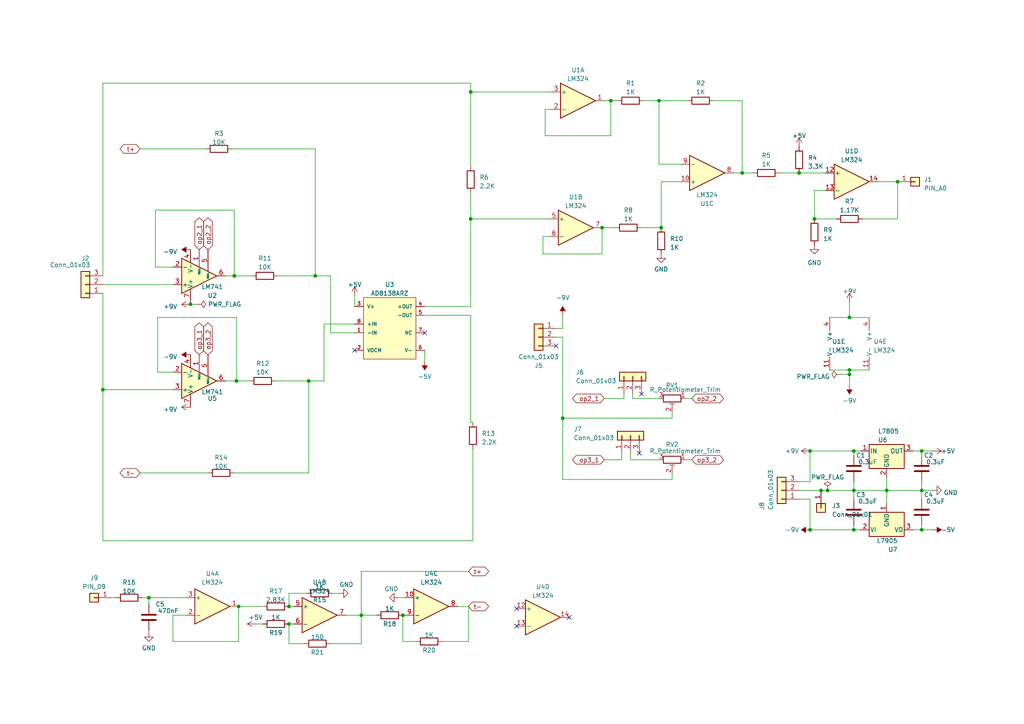
<source format=kicad_sch>
(kicad_sch (version 20230121) (generator eeschema)
  (paper "A4")
  (title_block (title "Fully Differential Potentiostat") (date "2023-05-15") (rev "1.0") (company "Felipe Avila Silva"))
  (lib_symbols
    (symbol "Amplifier_Operational:LM324" (pin_names (offset 0.127))
      (property "Reference" "U" (at 0 5.08 0))
      (property "Value" "LM324" (at 0 -5.08 0))
      (symbol "LM324_1_1"
        (polyline (pts (xy -5.08 5.08) (xy 5.08 0) (xy -5.08 -5.08) (xy -5.08 5.08)) (stroke (width 0.254)) (fill (type background)))
        (pin output line (at 7.62 0 180) (length 2.54) (name "~") (number "1"))
        (pin input line (at -7.62 -2.54 0) (length 2.54) (name "-") (number "2"))
        (pin input line (at -7.62 2.54 0) (length 2.54) (name "+") (number "3"))
      )
      (symbol "LM324_2_1"
        (polyline (pts (xy -5.08 5.08) (xy 5.08 0) (xy -5.08 -5.08) (xy -5.08 5.08)) (stroke (width 0.254)) (fill (type background)))
        (pin input line (at -7.62 2.54 0) (length 2.54) (name "+") (number "5"))
        (pin input line (at -7.62 -2.54 0) (length 2.54) (name "-") (number "6"))
        (pin output line (at 7.62 0 180) (length 2.54) (name "~") (number "7"))
      )
      (symbol "LM324_3_1"
        (polyline (pts (xy -5.08 5.08) (xy 5.08 0) (xy -5.08 -5.08) (xy -5.08 5.08)) (stroke (width 0.254)) (fill (type background)))
        (pin input line (at -7.62 2.54 0) (length 2.54) (name "+") (number "10"))
        (pin output line (at 7.62 0 180) (length 2.54) (name "~") (number "8"))
        (pin input line (at -7.62 -2.54 0) (length 2.54) (name "-") (number "9"))
      )
      (symbol "LM324_4_1"
        (polyline (pts (xy -5.08 5.08) (xy 5.08 0) (xy -5.08 -5.08) (xy -5.08 5.08)) (stroke (width 0.254)) (fill (type background)))
        (pin input line (at -7.62 2.54 0) (length 2.54) (name "+") (number "12"))
        (pin input line (at -7.62 -2.54 0) (length 2.54) (name "-") (number "13"))
        (pin output line (at 7.62 0 180) (length 2.54) (name "~") (number "14"))
      )
      (symbol "LM324_5_1"
        (pin power_in line (at -2.54 -7.62 90) (length 3.81) (name "V-") (number "11"))
        (pin power_in line (at -2.54 7.62 270) (length 3.81) (name "V+") (number "4"))
      )
    )
    (symbol "Amplifier_Operational:LM741" (pin_names (offset 0.127))
      (property "Reference" "U" (at 0 6.35 0))
      (property "Value" "LM741" (at 0 3.81 0))
      (symbol "LM741_0_1"
        (polyline (pts (xy -5.08 5.08) (xy 5.08 0) (xy -5.08 -5.08) (xy -5.08 5.08)) (stroke (width 0.254)) (fill (type background)))
      )
      (symbol "LM741_1_1"
        (pin input line (at 0 -7.62 90) (length 5.08) (name "NULL") (number "1"))
        (pin input line (at -7.62 -2.54 0) (length 2.54) (name "-") (number "2"))
        (pin input line (at -7.62 2.54 0) (length 2.54) (name "+") (number "3"))
        (pin power_in line (at -2.54 -7.62 90) (length 3.81) (name "V-") (number "4"))
        (pin input line (at 2.54 -7.62 90) (length 6.35) (name "NULL") (number "5"))
        (pin output line (at 7.62 0 180) (length 2.54) (name "~") (number "6"))
        (pin power_in line (at -2.54 7.62 270) (length 3.81) (name "V+") (number "7"))
        (pin no_connect line (at 0 2.54 270) (length 2.54) hide (name "NC") (number "8"))
      )
    )
    (symbol "Connector_Generic:Conn_01x01" (pin_names (offset 1.016) hide)
      (property "Reference" "J" (at 0 2.54 0))
      (property "Value" "Conn_01x01" (at 0 -2.54 0))
      (symbol "Conn_01x01_1_1"
        (rectangle (start -1.27 0.127) (end 0 -0.127) (stroke (width 0.1524)))
        (rectangle (start -1.27 1.27) (end 1.27 -1.27) (stroke (width 0.254)) (fill (type background)))
        (pin passive line (at -5.08 0 0) (length 3.81) (name "Pin_1") (number "1"))
      )
    )
    (symbol "Connector_Generic:Conn_01x03" (pin_names (offset 1.016) hide)
      (property "Reference" "J" (at 0 5.08 0))
      (property "Value" "Conn_01x03" (at 0 -5.08 0))
      (symbol "Conn_01x03_1_1"
        (rectangle (start -1.27 -2.413) (end 0 -2.667) (stroke (width 0.1524)))
        (rectangle (start -1.27 0.127) (end 0 -0.127) (stroke (width 0.1524)))
        (rectangle (start -1.27 2.667) (end 0 2.413) (stroke (width 0.1524)))
        (rectangle (start -1.27 3.81) (end 1.27 -3.81) (stroke (width 0.254)) (fill (type background)))
        (pin passive line (at -5.08 2.54 0) (length 3.81) (name "Pin_1") (number "1"))
        (pin passive line (at -5.08 0 0) (length 3.81) (name "Pin_2") (number "2"))
        (pin passive line (at -5.08 -2.54 0) (length 3.81) (name "Pin_3") (number "3"))
      )
    )
    (symbol "Device:C" (pin_numbers hide) (pin_names (offset 0.254))
      (property "Reference" "C" (at 0.635 2.54 0))
      (property "Value" "C" (at 0.635 -2.54 0))
      (symbol "C_0_1"
        (polyline (pts (xy -2.032 -0.762) (xy 2.032 -0.762)) (stroke (width 0.508)))
        (polyline (pts (xy -2.032 0.762) (xy 2.032 0.762)) (stroke (width 0.508)))
      )
      (symbol "C_1_1"
        (pin passive line (at 0 3.81 270) (length 2.794) (name "~") (number "1"))
        (pin passive line (at 0 -3.81 90) (length 2.794) (name "~") (number "2"))
      )
    )
    (symbol "Device:R" (pin_numbers hide) (pin_names (offset 0))
      (property "Reference" "R" (at 2.032 0 90))
      (property "Value" "R" (at 0 0 90))
      (symbol "R_0_1"
        (rectangle (start -1.016 -2.54) (end 1.016 2.54) (stroke (width 0.254)))
      )
      (symbol "R_1_1"
        (pin passive line (at 0 3.81 270) (length 1.27) (name "~") (number "1"))
        (pin passive line (at 0 -3.81 90) (length 1.27) (name "~") (number "2"))
      )
    )
    (symbol "Device:R_Potentiometer_Trim" (pin_names (offset 1.016) hide)
      (property "Reference" "RV" (at -4.445 0 90))
      (property "Value" "R_Potentiometer_Trim" (at -2.54 0 90))
      (symbol "R_Potentiometer_Trim_0_1"
        (polyline (pts (xy 1.524 0.762) (xy 1.524 -0.762)))
        (polyline (pts (xy 2.54 0) (xy 1.524 0)))
        (rectangle (start 1.016 2.54) (end -1.016 -2.54) (stroke (width 0.254)))
      )
      (symbol "R_Potentiometer_Trim_1_1"
        (pin passive line (at 0 3.81 270) (length 1.27) (name "1") (number "1"))
        (pin passive line (at 3.81 0 180) (length 1.27) (name "2") (number "2"))
        (pin passive line (at 0 -3.81 90) (length 1.27) (name "3") (number "3"))
      )
    )
    (symbol "Regulator_Linear:L7805" (pin_names (offset 0.254))
      (property "Reference" "U" (at -3.81 3.175 0))
      (property "Value" "L7805" (at 0 3.175 0))
      (symbol "L7805_0_1"
        (rectangle (start -5.08 1.905) (end 5.08 -5.08) (stroke (width 0.254)) (fill (type background)))
      )
      (symbol "L7805_1_1"
        (pin power_in line (at -7.62 0 0) (length 2.54) (name "IN") (number "1"))
        (pin power_in line (at 0 -7.62 90) (length 2.54) (name "GND") (number "2"))
        (pin power_out line (at 7.62 0 180) (length 2.54) (name "OUT") (number "3"))
      )
    )
    (symbol "Regulator_Linear:L7905" (pin_names (offset 0.254))
      (property "Reference" "U" (at -3.81 -3.175 0))
      (property "Value" "L7905" (at 0 -3.175 0))
      (symbol "L7905_0_1"
        (rectangle (start -5.08 5.08) (end 5.08 -1.905) (stroke (width 0.254)) (fill (type background)))
      )
      (symbol "L7905_1_1"
        (pin power_in line (at 0 7.62 270) (length 2.54) (name "GND") (number "1"))
        (pin power_in line (at -7.62 0 0) (length 2.54) (name "VI") (number "2"))
        (pin power_out line (at 7.62 0 180) (length 2.54) (name "VO") (number "3"))
      )
    )
    (symbol "eec:AD8138ARZ" (pin_names (offset 1.016))
      (property "Reference" "U" (at 0 5.08 0))
      (property "Value" "AD8138ARZ" (at 0 7.62 0))
      (symbol "AD8138ARZ_1_1"
        (rectangle (start 5.08 2.54) (end 20.32 -15.24) (fill (type background)))
        (pin unspecified line (at 2.54 -7.62 0) (length 2.54) (name "-IN") (number "1"))
        (pin unspecified line (at 2.54 -12.7 0) (length 2.54) (name "VOCM") (number "2"))
        (pin unspecified line (at 2.54 0 0) (length 2.54) (name "V+") (number "3"))
        (pin unspecified line (at 22.86 0 180) (length 2.54) (name "+OUT") (number "4"))
        (pin unspecified line (at 22.86 -2.54 180) (length 2.54) (name "-OUT") (number "5"))
        (pin unspecified line (at 22.86 -12.7 180) (length 2.54) (name "V-") (number "6"))
        (pin unspecified line (at 22.86 -7.62 180) (length 2.54) (name "NC") (number "7"))
        (pin unspecified line (at 2.54 -5.08 0) (length 2.54) (name "+IN") (number "8"))
      )
    )
    (symbol "power:+5V" (power) (pin_names (offset 0))
      (property "Value" "+5V" (at 0 3.556 0))
      (symbol "+5V_0_1"
        (polyline (pts (xy -0.762 1.27) (xy 0 2.54)))
        (polyline (pts (xy 0 0) (xy 0 2.54)))
        (polyline (pts (xy 0 2.54) (xy 0.762 1.27)))
      )
      (symbol "+5V_1_1"
        (pin power_in line (at 0 0 90) (length 0) hide (name "+5V") (number "1"))
      )
    )
    (symbol "power:+9V" (power) (pin_names (offset 0))
      (property "Value" "+9V" (at 0 3.556 0))
      (symbol "+9V_0_1"
        (polyline (pts (xy -0.762 1.27) (xy 0 2.54)))
        (polyline (pts (xy 0 0) (xy 0 2.54)))
        (polyline (pts (xy 0 2.54) (xy 0.762 1.27)))
      )
      (symbol "+9V_1_1"
        (pin power_in line (at 0 0 90) (length 0) hide (name "+9V") (number "1"))
      )
    )
    (symbol "power:-5V" (power) (pin_names (offset 0))
      (property "Value" "-5V" (at 0 3.81 0))
      (symbol "-5V_0_0"
        (pin power_in line (at 0 0 90) (length 0) hide (name "-5V") (number "1"))
      )
      (symbol "-5V_0_1"
        (polyline (pts (xy 0 0) (xy 0 1.27) (xy 0.762 1.27) (xy 0 2.54) (xy -0.762 1.27) (xy 0 1.27)) (fill (type outline)))
      )
    )
    (symbol "power:-9V" (power) (pin_names (offset 0))
      (property "Value" "-9V" (at 0 3.81 0))
      (symbol "-9V_0_1"
        (polyline (pts (xy 0 0) (xy 0 2.54)))
        (polyline (pts (xy 0.762 1.27) (xy -0.762 1.27) (xy 0 2.54) (xy 0.762 1.27)) (fill (type outline)))
      )
      (symbol "-9V_1_1"
        (pin power_in line (at 0 0 90) (length 0) hide (name "-9V") (number "1"))
      )
    )
    (symbol "power:GND" (power) (pin_names (offset 0))
      (property "Value" "GND" (at 0 -3.81 0))
      (symbol "GND_0_1"
        (polyline (pts (xy 0 0) (xy 0 -1.27) (xy 1.27 -1.27) (xy 0 -2.54) (xy -1.27 -1.27) (xy 0 -1.27)))
      )
      (symbol "GND_1_1"
        (pin power_in line (at 0 0 270) (length 0) hide (name "GND") (number "1"))
      )
    )
    (symbol "power:PWR_FLAG" (power) (pin_numbers hide) (pin_names (offset 0) hide)
      (property "Value" "PWR_FLAG" (at 0 3.81 0))
      (symbol "PWR_FLAG_0_0"
        (pin power_out line (at 0 0 90) (length 0) (name "pwr") (number "1"))
      )
      (symbol "PWR_FLAG_0_1"
        (polyline (pts (xy 0 0) (xy 0 1.27) (xy -1.016 1.905) (xy 0 2.54) (xy 1.016 1.905) (xy 0 1.27)))
      )
    )
  )
  (junction (at 191.135 29.21))
  (junction (at 163.195 121.285))
  (junction (at 68.58 110.49))
  (junction (at 29.845 113.03))
  (junction (at 257.175 142.24))
  (junction (at 104.775 178.435))
  (junction (at 234.95 130.81))
  (junction (at 240.03 142.24))
  (junction (at 246.38 108.585))
  (junction (at 247.65 142.24))
  (junction (at 55.245 88.265))
  (junction (at 83.82 180.975))
  (junction (at 247.65 130.81))
  (junction (at 177.165 29.21))
  (junction (at 136.525 63.5))
  (junction (at 191.77 66.04))
  (junction (at 234.95 153.67))
  (junction (at 91.44 80.01))
  (junction (at 236.22 63.5))
  (junction (at 69.215 175.895))
  (junction (at 215.265 50.165))
  (junction (at 67.945 80.01))
  (junction (at 116.84 178.435))
  (junction (at 260.35 52.705))
  (junction (at 246.38 107.315))
  (junction (at 136.525 26.67))
  (junction (at 246.38 92.075))
  (junction (at 43.18 173.355))
  (junction (at 174.625 66.04))
  (junction (at 83.82 175.895))
  (junction (at 267.335 142.24))
  (junction (at 231.775 50.165))
  (junction (at 267.335 130.81))
  (junction (at 89.535 110.49))
  (junction (at 247.65 153.67))
  (junction (at 238.125 142.24))
  (junction (at 267.335 153.67))
  (no_connect (at 149.86 176.53))
  (no_connect (at 185.42 131.445))
  (no_connect (at 161.29 100.33))
  (no_connect (at 186.055 114.3))
  (no_connect (at 149.86 181.61))
  (no_connect (at 123.19 96.52))
  (no_connect (at 165.1 179.07))
  (no_connect (at 102.87 101.6))
  (wire (pts (xy 65.405 110.49) (xy 68.58 110.49)))
  (wire (pts (xy 91.44 43.18) (xy 67.31 43.18)))
  (wire (pts (xy 89.535 137.16) (xy 67.945 137.16)))
  (wire (pts (xy 123.19 88.9) (xy 136.525 88.9)))
  (wire (pts (xy 247.65 142.24) (xy 247.65 144.78)))
  (wire (pts (xy 197.485 52.705) (xy 191.77 52.705)))
  (wire (pts (xy 123.19 104.775) (xy 123.19 101.6)))
  (wire (pts (xy 128.27 186.055) (xy 135.89 186.055)))
  (wire (pts (xy 234.95 144.78) (xy 234.95 153.67)))
  (wire (pts (xy 231.775 50.165) (xy 239.395 50.165)))
  (wire (pts (xy 45.72 107.95) (xy 50.165 107.95)))
  (wire (pts (xy 136.525 24.13) (xy 29.845 24.13)))
  (wire (pts (xy 175.26 115.57) (xy 180.975 115.57)))
  (wire (pts (xy 264.795 153.67) (xy 267.335 153.67)))
  (wire (pts (xy 267.335 139.7) (xy 267.335 142.24)))
  (wire (pts (xy 136.525 91.44) (xy 136.525 122.555)))
  (wire (pts (xy 83.82 172.085) (xy 83.82 175.895)))
  (wire (pts (xy 234.95 130.81) (xy 247.65 130.81)))
  (wire (pts (xy 191.77 52.705) (xy 191.77 66.04)))
  (wire (pts (xy 246.38 111.76) (xy 246.38 108.585)))
  (wire (pts (xy 215.265 50.165) (xy 218.44 50.165)))
  (wire (pts (xy 45.085 77.47) (xy 45.085 60.96)))
  (wire (pts (xy 236.22 63.5) (xy 242.57 63.5)))
  (wire (pts (xy 231.775 139.7) (xy 234.95 139.7)))
  (wire (pts (xy 197.485 47.625) (xy 191.135 47.625)))
  (wire (pts (xy 93.98 110.49) (xy 89.535 110.49)))
  (wire (pts (xy 158.115 39.37) (xy 177.165 39.37)))
  (wire (pts (xy 267.335 153.67) (xy 270.51 153.67)))
  (wire (pts (xy 191.135 29.21) (xy 186.69 29.21)))
  (wire (pts (xy 267.335 142.24) (xy 267.335 144.78)))
  (wire (pts (xy 174.625 73.66) (xy 174.625 66.04)))
  (wire (pts (xy 180.34 133.35) (xy 180.34 131.445)))
  (wire (pts (xy 43.18 173.355) (xy 53.975 173.355)))
  (wire (pts (xy 67.945 60.96) (xy 67.945 80.01)))
  (wire (pts (xy 240.665 107.315) (xy 246.38 107.315)))
  (wire (pts (xy 247.65 153.67) (xy 247.65 152.4)))
  (wire (pts (xy 240.03 142.24) (xy 247.65 142.24)))
  (wire (pts (xy 267.335 152.4) (xy 267.335 153.67)))
  (wire (pts (xy 231.775 144.78) (xy 234.95 144.78)))
  (wire (pts (xy 83.82 180.975) (xy 83.82 186.69)))
  (wire (pts (xy 240.665 92.075) (xy 246.38 92.075)))
  (wire (pts (xy 257.175 142.24) (xy 257.175 138.43)))
  (wire (pts (xy 267.335 130.81) (xy 270.51 130.81)))
  (wire (pts (xy 191.135 47.625) (xy 191.135 29.21)))
  (wire (pts (xy 260.35 52.705) (xy 254.635 52.705)))
  (wire (pts (xy 137.16 130.175) (xy 137.16 156.845)))
  (wire (pts (xy 243.84 108.585) (xy 246.38 108.585)))
  (wire (pts (xy 45.72 107.95) (xy 45.72 92.075)))
  (wire (pts (xy 67.945 80.01) (xy 65.405 80.01)))
  (wire (pts (xy 29.845 24.13) (xy 29.845 80.01)))
  (wire (pts (xy 157.48 73.66) (xy 174.625 73.66)))
  (wire (pts (xy 207.01 29.21) (xy 215.265 29.21)))
  (wire (pts (xy 95.885 80.01) (xy 91.44 80.01)))
  (wire (pts (xy 43.18 175.26) (xy 43.18 173.355)))
  (wire (pts (xy 238.125 142.24) (xy 240.03 142.24)))
  (wire (pts (xy 236.22 55.245) (xy 236.22 63.5)))
  (wire (pts (xy 226.06 50.165) (xy 231.775 50.165)))
  (wire (pts (xy 29.845 156.845) (xy 137.16 156.845)))
  (wire (pts (xy 194.945 121.285) (xy 163.195 121.285)))
  (wire (pts (xy 55.245 88.265) (xy 55.245 87.63)))
  (wire (pts (xy 80.01 110.49) (xy 89.535 110.49)))
  (wire (pts (xy 29.845 113.03) (xy 29.845 156.845)))
  (wire (pts (xy 163.195 97.79) (xy 163.195 121.285)))
  (wire (pts (xy 120.65 186.055) (xy 116.84 186.055)))
  (wire (pts (xy 116.84 186.055) (xy 116.84 178.435)))
  (wire (pts (xy 161.29 95.25) (xy 163.195 95.25)))
  (wire (pts (xy 246.38 107.315) (xy 252.095 107.315)))
  (wire (pts (xy 93.98 110.49) (xy 93.98 93.98)))
  (wire (pts (xy 159.385 68.58) (xy 157.48 68.58)))
  (wire (pts (xy 32.385 173.355) (xy 33.655 173.355)))
  (wire (pts (xy 104.775 178.435) (xy 109.22 178.435)))
  (wire (pts (xy 260.35 63.5) (xy 260.35 52.705)))
  (wire (pts (xy 246.38 92.075) (xy 252.095 92.075)))
  (wire (pts (xy 247.65 130.81) (xy 249.555 130.81)))
  (wire (pts (xy 29.845 85.09) (xy 29.845 113.03)))
  (wire (pts (xy 234.95 139.7) (xy 234.95 130.81)))
  (wire (pts (xy 161.29 97.79) (xy 163.195 97.79)))
  (wire (pts (xy 68.58 92.075) (xy 68.58 110.49)))
  (wire (pts (xy 50.165 113.03) (xy 29.845 113.03)))
  (wire (pts (xy 136.525 63.5) (xy 136.525 55.88)))
  (wire (pts (xy 50.165 178.435) (xy 50.165 186.055)))
  (wire (pts (xy 136.525 26.67) (xy 160.02 26.67)))
  (wire (pts (xy 186.055 66.04) (xy 191.77 66.04)))
  (wire (pts (xy 247.65 142.24) (xy 257.175 142.24)))
  (wire (pts (xy 88.265 186.69) (xy 83.82 186.69)))
  (wire (pts (xy 183.515 114.3) (xy 183.515 115.57)))
  (wire (pts (xy 247.65 132.08) (xy 247.65 130.81)))
  (wire (pts (xy 135.89 186.055) (xy 135.89 175.895)))
  (wire (pts (xy 102.87 96.52) (xy 95.885 96.52)))
  (wire (pts (xy 80.645 80.01) (xy 91.44 80.01)))
  (wire (pts (xy 136.525 63.5) (xy 159.385 63.5)))
  (wire (pts (xy 89.535 137.16) (xy 89.535 110.49)))
  (wire (pts (xy 69.215 175.895) (xy 76.2 175.895)))
  (wire (pts (xy 231.775 142.24) (xy 238.125 142.24)))
  (wire (pts (xy 50.165 77.47) (xy 45.085 77.47)))
  (wire (pts (xy 182.88 131.445) (xy 182.88 133.35)))
  (wire (pts (xy 200.66 115.57) (xy 198.755 115.57)))
  (wire (pts (xy 267.335 130.81) (xy 267.335 132.08)))
  (wire (pts (xy 95.885 96.52) (xy 95.885 80.01)))
  (wire (pts (xy 267.335 142.24) (xy 270.51 142.24)))
  (wire (pts (xy 104.775 165.735) (xy 104.775 178.435)))
  (wire (pts (xy 91.44 43.18) (xy 91.44 80.01)))
  (wire (pts (xy 29.845 82.55) (xy 50.165 82.55)))
  (wire (pts (xy 136.525 122.555) (xy 137.16 122.555)))
  (wire (pts (xy 136.525 26.67) (xy 136.525 24.13)))
  (wire (pts (xy 83.82 175.895) (xy 85.09 175.895)))
  (wire (pts (xy 95.885 186.69) (xy 104.775 186.69)))
  (wire (pts (xy 200.66 133.35) (xy 198.755 133.35)))
  (wire (pts (xy 41.275 173.355) (xy 43.18 173.355)))
  (wire (pts (xy 115.57 173.355) (xy 117.475 173.355)))
  (wire (pts (xy 157.48 68.58) (xy 157.48 73.66)))
  (wire (pts (xy 177.165 29.21) (xy 179.07 29.21)))
  (wire (pts (xy 40.64 43.18) (xy 59.69 43.18)))
  (wire (pts (xy 45.085 60.96) (xy 67.945 60.96)))
  (wire (pts (xy 69.215 175.895) (xy 69.215 186.055)))
  (wire (pts (xy 135.89 165.735) (xy 104.775 165.735)))
  (wire (pts (xy 50.165 186.055) (xy 69.215 186.055)))
  (wire (pts (xy 183.515 115.57) (xy 191.135 115.57)))
  (wire (pts (xy 212.725 50.165) (xy 215.265 50.165)))
  (wire (pts (xy 249.555 153.67) (xy 247.65 153.67)))
  (wire (pts (xy 158.115 31.75) (xy 158.115 39.37)))
  (wire (pts (xy 123.19 91.44) (xy 136.525 91.44)))
  (wire (pts (xy 264.795 130.81) (xy 267.335 130.81)))
  (wire (pts (xy 239.395 55.245) (xy 236.22 55.245)))
  (wire (pts (xy 234.95 153.67) (xy 247.65 153.67)))
  (wire (pts (xy 67.945 80.01) (xy 73.025 80.01)))
  (wire (pts (xy 93.98 93.98) (xy 102.87 93.98)))
  (wire (pts (xy 74.295 180.975) (xy 76.2 180.975)))
  (wire (pts (xy 191.135 29.21) (xy 199.39 29.21)))
  (wire (pts (xy 53.975 178.435) (xy 50.165 178.435)))
  (wire (pts (xy 247.65 139.7) (xy 247.65 142.24)))
  (wire (pts (xy 250.19 63.5) (xy 260.35 63.5)))
  (wire (pts (xy 174.625 66.04) (xy 178.435 66.04)))
  (wire (pts (xy 182.88 133.35) (xy 191.135 133.35)))
  (wire (pts (xy 257.175 146.05) (xy 257.175 142.24)))
  (wire (pts (xy 180.975 114.3) (xy 180.975 115.57)))
  (wire (pts (xy 246.38 87.63) (xy 246.38 92.075)))
  (wire (pts (xy 135.89 175.895) (xy 132.715 175.895)))
  (wire (pts (xy 194.945 139.065) (xy 163.195 139.065)))
  (wire (pts (xy 136.525 63.5) (xy 136.525 88.9)))
  (wire (pts (xy 194.945 137.16) (xy 194.945 139.065)))
  (wire (pts (xy 194.945 119.38) (xy 194.945 121.285)))
  (wire (pts (xy 163.195 121.285) (xy 163.195 139.065)))
  (wire (pts (xy 175.26 133.35) (xy 180.34 133.35)))
  (wire (pts (xy 163.195 91.44) (xy 163.195 95.25)))
  (wire (pts (xy 175.26 29.21) (xy 177.165 29.21)))
  (wire (pts (xy 160.02 31.75) (xy 158.115 31.75)))
  (wire (pts (xy 117.475 178.435) (xy 116.84 178.435)))
  (wire (pts (xy 40.64 137.16) (xy 60.325 137.16)))
  (wire (pts (xy 136.525 48.26) (xy 136.525 26.67)))
  (wire (pts (xy 98.425 172.085) (xy 96.52 172.085)))
  (wire (pts (xy 246.38 107.315) (xy 246.38 108.585)))
  (wire (pts (xy 104.775 186.69) (xy 104.775 178.435)))
  (wire (pts (xy 57.15 88.265) (xy 55.245 88.265)))
  (wire (pts (xy 100.33 178.435) (xy 104.775 178.435)))
  (wire (pts (xy 68.58 110.49) (xy 72.39 110.49)))
  (wire (pts (xy 83.82 172.085) (xy 88.9 172.085)))
  (wire (pts (xy 83.82 180.975) (xy 85.09 180.975)))
  (wire (pts (xy 215.265 29.21) (xy 215.265 50.165)))
  (wire (pts (xy 43.18 183.515) (xy 43.18 182.88)))
  (wire (pts (xy 257.175 142.24) (xy 267.335 142.24)))
  (wire (pts (xy 45.72 92.075) (xy 68.58 92.075)))
  (wire (pts (xy 177.165 29.21) (xy 177.165 39.37)))
  (wire (pts (xy 102.87 85.725) (xy 102.87 88.9)))
  (global_label "t+" (shape bidirectional) (at 135.89 165.735 0) (property "Intersheetrefs" "${INTERSHEET_REFS}" (effects hide)))
  (global_label "op2_2" (shape bidirectional) (at 200.66 115.57 0) (property "Intersheetrefs" "${INTERSHEET_REFS}" (effects hide)))
  (global_label "op3_1" (shape bidirectional) (at 175.26 133.35 180) (property "Intersheetrefs" "${INTERSHEET_REFS}" (effects hide)))
  (global_label "op3_2" (shape bidirectional) (at 200.66 133.35 0) (property "Intersheetrefs" "${INTERSHEET_REFS}" (effects hide)))
  (global_label "op3_1" (shape bidirectional) (at 57.785 102.87 90) (property "Intersheetrefs" "${INTERSHEET_REFS}" (effects hide)))
  (global_label "t+" (shape bidirectional) (at 40.64 43.18 180) (property "Intersheetrefs" "${INTERSHEET_REFS}" (effects hide)))
  (global_label "op2_1" (shape bidirectional) (at 57.785 72.39 90) (property "Intersheetrefs" "${INTERSHEET_REFS}" (effects hide)))
  (global_label "op3_2" (shape bidirectional) (at 60.325 102.87 90) (property "Intersheetrefs" "${INTERSHEET_REFS}" (effects hide)))
  (global_label "t-" (shape bidirectional) (at 135.89 175.895 0) (property "Intersheetrefs" "${INTERSHEET_REFS}" (effects hide)))
  (global_label "op2_1" (shape bidirectional) (at 175.26 115.57 180) (property "Intersheetrefs" "${INTERSHEET_REFS}" (effects hide)))
  (global_label "t-" (shape bidirectional) (at 40.64 137.16 180) (property "Intersheetrefs" "${INTERSHEET_REFS}" (effects hide)))
  (global_label "op2_2" (shape bidirectional) (at 60.325 72.39 90) (property "Intersheetrefs" "${INTERSHEET_REFS}" (effects hide)))
  (symbol (lib_id "power:PWR_FLAG") (at 57.15 88.265 270) (unit 1)
    (property "Reference" "#FLG01" (effects hide))
    (property "Value" "PWR_FLAG" (at 60.325 88.265 90) (effects (justify left)))
  )
  (symbol (lib_id "power:+5V") (at 270.51 130.81 270) (unit 1)
    (property "Reference" "#PWR016" (effects hide))
    (property "Value" "+5V" (at 274.955 130.81 90))
  )
  (symbol (lib_id "power:GND") (at 191.77 73.66 0) (unit 1)
    (property "Reference" "#PWR04" (effects hide))
    (property "Value" "GND" (at 191.77 78.105 0))
  )
  (symbol (lib_id "power:+9V") (at 55.245 118.11 90) (mirror x) (unit 1)
    (property "Reference" "#PWR014" (effects hide))
    (property "Value" "+9V" (at 51.435 118.745 90) (effects (justify left)))
  )
  (symbol (lib_id "Device:R") (at 136.525 52.07 180) (unit 1)
    (property "Reference" "R6" (at 139.065 51.435 0) (effects (justify right)))
    (property "Value" "2.2K" (at 139.065 53.975 0) (effects (justify right)))
    (property "Footprint" "Resistor_THT:R_Axial_DIN0207_L6.3mm_D2.5mm_P10.16mm_Horizontal" (effects hide))
  )
  (symbol (lib_id "Amplifier_Operational:LM741") (at 57.785 110.49 0) (mirror x) (unit 1)
    (property "Reference" "U5" (at 61.595 115.57 0))
    (property "Value" "LM741" (at 61.595 113.665 0))
    (property "Footprint" "lm741:DIP794W45P254L959H508Q8" (effects hide))
    (property "Datasheet" "http://www.ti.com/lit/ds/symlink/lm741.pdf" (effects hide))
  )
  (symbol (lib_id "Device:R") (at 222.25 50.165 270) (unit 1)
    (property "Reference" "R5" (at 222.25 45.085 90))
    (property "Value" "1K" (at 222.25 47.625 90))
    (property "Footprint" "Resistor_THT:R_Axial_DIN0207_L6.3mm_D2.5mm_P10.16mm_Horizontal" (effects hide))
  )
  (symbol (lib_id "power:-9V") (at 55.245 72.39 90) (mirror x) (unit 1)
    (property "Reference" "#PWR03" (effects hide))
    (property "Value" "-9V" (at 51.435 73.025 90) (effects (justify left)))
  )
  (symbol (lib_id "power:+9V") (at 55.245 88.265 90) (mirror x) (unit 1)
    (property "Reference" "#PWR06" (effects hide))
    (property "Value" "+9V" (at 51.435 88.9 90) (effects (justify left)))
  )
  (symbol (lib_id "Device:R") (at 182.88 29.21 270) (unit 1)
    (property "Reference" "R1" (at 182.88 24.13 90))
    (property "Value" "1K" (at 182.88 26.67 90))
    (property "Footprint" "Resistor_THT:R_Axial_DIN0207_L6.3mm_D2.5mm_P10.16mm_Horizontal" (effects hide))
  )
  (symbol (lib_id "Amplifier_Operational:LM324") (at 247.015 52.705 0) (unit 4)
    (property "Reference" "U1" (at 247.015 43.815 0))
    (property "Value" "LM324" (at 247.015 46.355 0))
    (property "Footprint" "lm324:DIP825W47P254L1917H533Q14" (effects hide))
    (property "Datasheet" "http://www.ti.com/lit/ds/symlink/lm2902-n.pdf" (effects hide))
  )
  (symbol (lib_id "power:+5V") (at 74.295 180.975 90) (unit 1)
    (property "Reference" "#PWR022" (effects hide))
    (property "Value" "+5V" (at 76.2 179.07 90) (effects (justify left)))
  )
  (symbol (lib_id "Connector_Generic:Conn_01x03") (at 226.695 142.24 180) (unit 1)
    (property "Reference" "J8" (at 220.98 147.955 90) (effects (justify right)))
    (property "Value" "Conn_01x03" (at 223.52 147.955 90) (effects (justify right)))
    (property "Footprint" "Connector_Stocko:Stocko_MKS_1653-6-0-303_1x3_P2.50mm_Vertical" (effects hide))
  )
  (symbol (lib_id "Device:R") (at 182.245 66.04 270) (unit 1)
    (property "Reference" "R8" (at 182.245 60.96 90))
    (property "Value" "1K" (at 182.245 63.5 90))
    (property "Footprint" "Resistor_THT:R_Axial_DIN0207_L6.3mm_D2.5mm_P10.16mm_Horizontal" (effects hide))
  )
  (symbol (lib_id "Amplifier_Operational:LM324") (at 205.105 50.165 0) (mirror x) (unit 3)
    (property "Reference" "U1" (at 205.105 59.055 0))
    (property "Value" "LM324" (at 205.105 56.515 0))
    (property "Footprint" "lm324:DIP825W47P254L1917H533Q14" (effects hide))
    (property "Datasheet" "http://www.ti.com/lit/ds/symlink/lm2902-n.pdf" (effects hide))
  )
  (symbol (lib_id "Device:C") (at 247.65 135.89 0) (unit 1)
    (property "Reference" "C1" (at 248.285 132.08 0) (effects (justify left)))
    (property "Value" "0.3uF" (at 248.92 133.985 0) (effects (justify left)))
    (property "Footprint" "Capacitor_THT:CP_Radial_D5.0mm_P2.00mm" (effects hide))
  )
  (symbol (lib_id "Connector_Generic:Conn_01x03") (at 182.88 126.365 90) (unit 1)
    (property "Reference" "J7" (at 166.37 124.46 90) (effects (justify right)))
    (property "Value" "Conn_01x03" (at 166.37 127 90) (effects (justify right)))
    (property "Footprint" "Connector_PinHeader_2.54mm:PinHeader_1x03_P2.54mm_Vertical" (effects hide))
  )
  (symbol (lib_id "power:GND") (at 236.22 71.12 0) (unit 1)
    (property "Reference" "#PWR02" (effects hide))
    (property "Value" "GND" (at 236.22 76.2 0))
  )
  (symbol (lib_id "Regulator_Linear:L7805") (at 257.175 130.81 0) (unit 1)
    (property "Reference" "U6" (at 254.635 127.635 0) (effects (justify left)))
    (property "Value" "L7805" (at 254.635 125.095 0) (effects (justify left)))
    (property "Footprint" "l7805:TO255P1020X450X2000-3" (effects hide))
    (property "Datasheet" "http://www.st.com/content/ccc/resource/technical/document/datasheet/41/4f/b3/b0/12/d4/47/88/CD00000444.pdf/files/CD00000444.pdf/jcr:content/translations/en.CD00000444.pdf" (effects hide))
  )
  (symbol (lib_id "Device:R") (at 124.46 186.055 90) (unit 1)
    (property "Reference" "R20" (at 124.46 188.595 90))
    (property "Value" "1K" (at 124.46 184.15 90))
    (property "Footprint" "Resistor_THT:R_Axial_DIN0207_L6.3mm_D2.5mm_P10.16mm_Horizontal" (effects hide))
  )
  (symbol (lib_id "Device:R") (at 76.835 80.01 90) (unit 1)
    (property "Reference" "R11" (at 76.835 74.93 90))
    (property "Value" "10K" (at 76.835 77.47 90))
    (property "Footprint" "Resistor_THT:R_Axial_DIN0207_L6.3mm_D2.5mm_P10.16mm_Horizontal" (effects hide))
  )
  (symbol (lib_id "power:+9V") (at 246.38 87.63 0) (unit 1)
    (property "Reference" "#PWR08" (effects hide))
    (property "Value" "+9V" (at 246.38 84.455 0))
  )
  (symbol (lib_id "Device:R") (at 92.075 186.69 90) (unit 1)
    (property "Reference" "R21" (at 92.075 189.23 90))
    (property "Value" "150" (at 92.075 184.785 90))
    (property "Footprint" "Resistor_THT:R_Axial_DIN0207_L6.3mm_D2.5mm_P10.16mm_Horizontal" (effects hide))
  )
  (symbol (lib_id "Device:R") (at 92.71 172.085 90) (unit 1)
    (property "Reference" "R15" (at 92.71 173.99 90))
    (property "Value" "1K" (at 92.71 170.18 90))
    (property "Footprint" "Resistor_THT:R_Axial_DIN0207_L6.3mm_D2.5mm_P10.16mm_Horizontal" (effects hide))
  )
  (symbol (lib_id "eec:AD8138ARZ") (at 100.33 88.9 0) (unit 1)
    (property "Reference" "U3" (at 113.03 82.55 0))
    (property "Value" "AD8138ARZ" (at 113.03 85.09 0))
    (property "Footprint" "Analog Devices Inc - AD8138ARZ:ANALOG_DEVICES_INC_AD8138ARZ_0" (effects hide))
    (property "Datasheet" "http://www.analog.com/media/en/technical-documentation/data-sheets/AD8138.pdf" (effects hide))
    (property "category" "IC" (effects hide))
    (property "digikey description" "IC AMP DIFF LDIST LP 95MA 8SOIC" (effects hide))
    (property "digikey part number" "AD8138ARZ-ND" (effects hide))
    (property "ipc land pattern name" "SOIC127P600X155-8" (effects hide))
    (property "lead free" "yes" (effects hide))
    (property "library id" "5424f8c07a5c8a82" (effects hide))
    (property "manufacturer" "Analog Devices Inc" (effects hide))
    (property "mouser part number" "584-AD8138ARZ" (effects hide))
    (property "package" "SOIC8" (effects hide))
    (property "rohs" "yes" (effects hide))
    (property "temperature range high" "+85°C" (effects hide))
    (property "temperature range low" "-40°C" (effects hide))
  )
  (symbol (lib_id "power:-5V") (at 270.51 153.67 270) (unit 1)
    (property "Reference" "#PWR019" (effects hide))
    (property "Value" "-5V" (at 274.955 153.67 90))
  )
  (symbol (lib_id "Device:R") (at 236.22 67.31 0) (unit 1)
    (property "Reference" "R9" (at 238.76 66.675 0) (effects (justify left)))
    (property "Value" "1K" (at 238.76 69.215 0) (effects (justify left)))
    (property "Footprint" "Resistor_THT:R_Axial_DIN0207_L6.3mm_D2.5mm_P10.16mm_Horizontal" (effects hide))
  )
  (symbol (lib_id "Device:C") (at 267.335 148.59 0) (unit 1)
    (property "Reference" "C4" (at 267.97 143.51 0) (effects (justify left)))
    (property "Value" "0.3uF" (at 268.605 145.415 0) (effects (justify left)))
    (property "Footprint" "Capacitor_THT:CP_Radial_D5.0mm_P2.00mm" (effects hide))
  )
  (symbol (lib_id "Device:R") (at 63.5 43.18 90) (unit 1)
    (property "Reference" "R3" (at 63.5 38.735 90))
    (property "Value" "10K" (at 63.5 41.275 90))
    (property "Footprint" "Resistor_THT:R_Axial_DIN0207_L6.3mm_D2.5mm_P10.16mm_Horizontal" (effects hide))
  )
  (symbol (lib_id "Device:R") (at 231.775 46.355 0) (unit 1)
    (property "Reference" "R4" (at 234.315 45.72 0) (effects (justify left)))
    (property "Value" "3.3K" (at 234.315 48.26 0) (effects (justify left)))
    (property "Footprint" "Resistor_THT:R_Axial_DIN0207_L6.3mm_D2.5mm_P10.16mm_Horizontal" (effects hide))
  )
  (symbol (lib_id "Device:R") (at 76.2 110.49 90) (unit 1)
    (property "Reference" "R12" (at 76.2 105.41 90))
    (property "Value" "10K" (at 76.2 107.95 90))
    (property "Footprint" "Resistor_THT:R_Axial_DIN0207_L6.3mm_D2.5mm_P10.16mm_Horizontal" (effects hide))
  )
  (symbol (lib_id "Device:R") (at 203.2 29.21 270) (unit 1)
    (property "Reference" "R2" (at 203.2 24.13 90))
    (property "Value" "1K" (at 203.2 26.67 90))
    (property "Footprint" "Resistor_THT:R_Axial_DIN0207_L6.3mm_D2.5mm_P10.16mm_Horizontal" (effects hide))
  )
  (symbol (lib_id "power:-9V") (at 234.95 153.67 90) (unit 1)
    (property "Reference" "#PWR018" (effects hide))
    (property "Value" "-9V" (at 231.775 153.67 90) (effects (justify left)))
  )
  (symbol (lib_id "Device:C") (at 267.335 135.89 0) (unit 1)
    (property "Reference" "C2" (at 267.97 132.08 0) (effects (justify left)))
    (property "Value" "0.3uF" (at 268.605 133.985 0) (effects (justify left)))
    (property "Footprint" "Capacitor_THT:CP_Radial_D5.0mm_P2.00mm" (effects hide))
  )
  (symbol (lib_id "Amplifier_Operational:LM324") (at 167.64 29.21 0) (unit 1)
    (property "Reference" "U1" (at 167.64 20.32 0))
    (property "Value" "LM324" (at 167.64 22.86 0))
    (property "Footprint" "lm324:DIP825W47P254L1917H533Q14" (effects hide))
    (property "Datasheet" "http://www.ti.com/lit/ds/symlink/lm2902-n.pdf" (effects hide))
  )
  (symbol (lib_id "Device:R_Potentiometer_Trim") (at 194.945 133.35 270) (unit 1)
    (property "Reference" "RV2" (at 194.945 128.905 90))
    (property "Value" "R_Potentiometer_Trim" (at 198.755 130.81 90))
    (property "Footprint" "Potentiometer_THT:Potentiometer_Bourns_3296W_Vertical" (effects hide))
  )
  (symbol (lib_id "Amplifier_Operational:LM324") (at 157.48 179.07 0) (unit 4)
    (property "Reference" "U4" (at 157.48 170.18 0))
    (property "Value" "LM324" (at 157.48 172.72 0))
    (property "Footprint" "Package_DIP:DIP-14_W7.62mm_LongPads" (effects hide))
    (property "Datasheet" "http://www.ti.com/lit/ds/symlink/lm2902-n.pdf" (effects hide))
  )
  (symbol (lib_id "Amplifier_Operational:LM324") (at 167.005 66.04 0) (unit 2)
    (property "Reference" "U1" (at 167.005 57.15 0))
    (property "Value" "LM324" (at 167.005 59.69 0))
    (property "Footprint" "lm324:DIP825W47P254L1917H533Q14" (effects hide))
    (property "Datasheet" "http://www.ti.com/lit/ds/symlink/lm2902-n.pdf" (effects hide))
  )
  (symbol (lib_id "power:PWR_FLAG") (at 243.84 108.585 90) (unit 1)
    (property "Reference" "#FLG02" (effects hide))
    (property "Value" "PWR_FLAG" (at 240.665 109.22 90) (effects (justify left)))
  )
  (symbol (lib_id "Connector_Generic:Conn_01x01") (at 265.43 52.705 0) (unit 1)
    (property "Reference" "J1" (at 267.97 52.07 0) (effects (justify left)))
    (property "Value" "PIN_A0" (at 267.97 54.61 0) (effects (justify left)))
    (property "Footprint" "Connector_PinHeader_2.54mm:PinHeader_1x01_P2.54mm_Vertical" (effects hide))
  )
  (symbol (lib_id "Connector_Generic:Conn_01x01") (at 27.305 173.355 180) (unit 1)
    (property "Reference" "J9" (at 27.305 167.64 0))
    (property "Value" "PIN_09" (at 27.305 170.18 0))
    (property "Footprint" "Connector_PinHeader_2.54mm:PinHeader_1x01_P2.54mm_Vertical" (effects hide))
  )
  (symbol (lib_id "power:GND") (at 115.57 173.355 270) (unit 1)
    (property "Reference" "#PWR021" (effects hide))
    (property "Value" "GND" (at 115.57 170.815 90) (effects (justify right)))
  )
  (symbol (lib_id "Device:R") (at 80.01 180.975 90) (unit 1)
    (property "Reference" "R19" (at 80.01 183.515 90))
    (property "Value" "1K" (at 80.01 179.07 90))
    (property "Footprint" "Resistor_THT:R_Axial_DIN0207_L6.3mm_D2.5mm_P10.16mm_Horizontal" (effects hide))
  )
  (symbol (lib_id "Amplifier_Operational:LM324") (at 92.71 178.435 0) (unit 2)
    (property "Reference" "U4" (at 92.71 168.91 0))
    (property "Value" "LM324" (at 92.71 171.45 0))
    (property "Footprint" "Package_DIP:DIP-14_W7.62mm_LongPads" (effects hide))
    (property "Datasheet" "http://www.ti.com/lit/ds/symlink/lm2902-n.pdf" (effects hide))
  )
  (symbol (lib_id "power:GND") (at 270.51 142.24 90) (unit 1)
    (property "Reference" "#PWR017" (effects hide))
    (property "Value" "GND" (at 273.685 142.875 90) (effects (justify right)))
  )
  (symbol (lib_id "Device:R") (at 113.03 178.435 90) (unit 1)
    (property "Reference" "R18" (at 113.03 180.975 90))
    (property "Value" "1K" (at 113.03 176.53 90))
    (property "Footprint" "Resistor_THT:R_Axial_DIN0207_L6.3mm_D2.5mm_P10.16mm_Horizontal" (effects hide))
  )
  (symbol (lib_id "Device:R") (at 137.16 126.365 180) (unit 1)
    (property "Reference" "R13" (at 139.7 125.73 0) (effects (justify right)))
    (property "Value" "2.2K" (at 139.7 128.27 0) (effects (justify right)))
    (property "Footprint" "Resistor_THT:R_Axial_DIN0207_L6.3mm_D2.5mm_P10.16mm_Horizontal" (effects hide))
  )
  (symbol (lib_id "power:-9V") (at 55.245 102.87 90) (mirror x) (unit 1)
    (property "Reference" "#PWR010" (effects hide))
    (property "Value" "-9V" (at 51.435 103.505 90) (effects (justify left)))
  )
  (symbol (lib_id "Amplifier_Operational:LM741") (at 57.785 80.01 0) (mirror x) (unit 1)
    (property "Reference" "U2" (at 61.595 85.725 0))
    (property "Value" "LM741" (at 61.595 83.185 0))
    (property "Footprint" "lm741:DIP794W45P254L959H508Q8" (effects hide))
    (property "Datasheet" "http://www.ti.com/lit/ds/symlink/lm741.pdf" (effects hide))
  )
  (symbol (lib_id "Device:R") (at 80.01 175.895 90) (unit 1)
    (property "Reference" "R17" (at 80.01 171.45 90))
    (property "Value" "2.83K" (at 80.01 173.99 90))
    (property "Footprint" "Resistor_THT:R_Axial_DIN0207_L6.3mm_D2.5mm_P10.16mm_Horizontal" (effects hide))
  )
  (symbol (lib_id "Device:C") (at 43.18 179.07 0) (unit 1)
    (property "Reference" "C5" (at 45.085 175.26 0) (effects (justify left)))
    (property "Value" "470nF" (at 45.72 177.165 0) (effects (justify left)))
    (property "Footprint" "Capacitor_THT:C_Rect_L19.0mm_W6.0mm_P15.00mm_MKS4" (effects hide))
  )
  (symbol (lib_id "power:GND") (at 98.425 172.085 90) (unit 1)
    (property "Reference" "#PWR020" (effects hide))
    (property "Value" "GND" (at 98.425 169.545 90) (effects (justify right)))
  )
  (symbol (lib_id "Device:R") (at 191.77 69.85 0) (unit 1)
    (property "Reference" "R10" (at 194.31 69.215 0) (effects (justify left)))
    (property "Value" "1K" (at 194.31 71.755 0) (effects (justify left)))
    (property "Footprint" "Resistor_THT:R_Axial_DIN0207_L6.3mm_D2.5mm_P10.16mm_Horizontal" (effects hide))
  )
  (symbol (lib_id "Amplifier_Operational:LM324") (at 243.205 99.695 0) (unit 5) (in_bom no) (on_board no)
    (property "Reference" "U1" (at 241.3 99.06 0) (effects (justify left)))
    (property "Value" "LM324" (at 241.3 101.6 0) (effects (justify left)))
    (property "Footprint" "lm324:DIP825W47P254L1917H533Q14" (effects hide))
    (property "Datasheet" "http://www.ti.com/lit/ds/symlink/lm2902-n.pdf" (effects hide))
    (property "Sim.Enable" "0" (effects hide))
  )
  (symbol (lib_id "power:+5V") (at 231.775 42.545 0) (unit 1)
    (property "Reference" "#PWR01" (effects hide))
    (property "Value" "+5V" (at 231.775 39.37 0))
  )
  (symbol (lib_id "power:PWR_FLAG") (at 240.03 142.24 0) (unit 1)
    (property "Reference" "#FLG03" (effects hide))
    (property "Value" "PWR_FLAG" (at 240.03 138.43 0))
  )
  (symbol (lib_id "power:+5V") (at 102.87 85.725 0) (unit 1)
    (property "Reference" "#PWR05" (effects hide))
    (property "Value" "+5V" (at 102.87 82.55 0))
  )
  (symbol (lib_id "Connector_Generic:Conn_01x03") (at 156.21 97.79 0) (mirror y) (unit 1)
    (property "Reference" "J5" (at 156.21 106.045 0))
    (property "Value" "Conn_01x03" (at 156.21 103.505 0))
    (property "Footprint" "Connector_PinHeader_2.54mm:PinHeader_1x03_P2.54mm_Vertical" (effects hide))
  )
  (symbol (lib_id "Amplifier_Operational:LM324") (at 125.095 175.895 0) (unit 3)
    (property "Reference" "U4" (at 125.095 166.37 0))
    (property "Value" "LM324" (at 125.095 168.91 0))
    (property "Footprint" "Package_DIP:DIP-14_W7.62mm_LongPads" (effects hide))
    (property "Datasheet" "http://www.ti.com/lit/ds/symlink/lm2902-n.pdf" (effects hide))
  )
  (symbol (lib_id "Regulator_Linear:L7905") (at 257.175 153.67 0) (unit 1)
    (property "Reference" "U7" (at 260.35 159.385 0) (effects (justify right)))
    (property "Value" "L7905" (at 260.35 156.845 0) (effects (justify right)))
    (property "Footprint" "l7805:TO255P1020X450X2000-3" (effects hide))
    (property "Datasheet" "http://www.st.com/content/ccc/resource/technical/document/datasheet/c9/16/86/41/c7/2b/45/f2/CD00000450.pdf/files/CD00000450.pdf/jcr:content/translations/en.CD00000450.pdf" (effects hide))
  )
  (symbol (lib_id "Device:R") (at 37.465 173.355 90) (unit 1)
    (property "Reference" "R16" (at 37.465 168.91 90))
    (property "Value" "10K" (at 37.465 171.45 90))
    (property "Footprint" "Resistor_THT:R_Axial_DIN0207_L6.3mm_D2.5mm_P10.16mm_Horizontal" (effects hide))
  )
  (symbol (lib_id "Device:R") (at 246.38 63.5 270) (unit 1)
    (property "Reference" "R7" (at 246.38 58.42 90))
    (property "Value" "1.17K" (at 246.38 60.96 90))
    (property "Footprint" "Resistor_THT:R_Axial_DIN0207_L6.3mm_D2.5mm_P10.16mm_Horizontal" (effects hide))
  )
  (symbol (lib_id "power:GND") (at 43.18 183.515 0) (unit 1)
    (property "Reference" "#PWR023" (effects hide))
    (property "Value" "GND" (at 43.18 187.96 0))
  )
  (symbol (lib_id "Connector_Generic:Conn_01x03") (at 24.765 82.55 180) (unit 1)
    (property "Reference" "J2" (at 24.765 74.93 0))
    (property "Value" "Conn_01x03" (at 20.32 76.835 0))
    (property "Footprint" "Connector_PinSocket_2.54mm:PinSocket_1x03_P2.54mm_Vertical" (effects hide))
  )
  (symbol (lib_id "Device:R_Potentiometer_Trim") (at 194.945 115.57 270) (unit 1)
    (property "Reference" "RV1" (at 194.945 111.76 90))
    (property "Value" "R_Potentiometer_Trim" (at 198.755 113.03 90))
    (property "Footprint" "Potentiometer_THT:Potentiometer_Bourns_3296W_Vertical" (effects hide))
  )
  (symbol (lib_id "power:-9V") (at 163.195 91.44 0) (unit 1)
    (property "Reference" "#PWR07" (effects hide))
    (property "Value" "-9V" (at 163.195 86.36 0))
  )
  (symbol (lib_id "power:-5V") (at 123.19 104.775 180) (unit 1)
    (property "Reference" "#PWR011" (effects hide))
    (property "Value" "-5V" (at 123.19 109.22 0))
  )
  (symbol (lib_id "Connector_Generic:Conn_01x01") (at 238.125 147.32 270) (unit 1)
    (property "Reference" "J3" (at 241.3 146.685 90) (effects (justify left)))
    (property "Value" "Conn_01x01" (at 241.3 149.225 90) (effects (justify left)))
    (property "Footprint" "Connector_PinHeader_2.54mm:PinHeader_1x01_P2.54mm_Vertical" (effects hide))
  )
  (symbol (lib_id "Amplifier_Operational:LM324") (at 61.595 175.895 0) (unit 1)
    (property "Reference" "U4" (at 61.595 166.37 0))
    (property "Value" "LM324" (at 61.595 168.91 0))
    (property "Footprint" "Package_DIP:DIP-14_W7.62mm_LongPads" (effects hide))
    (property "Datasheet" "http://www.ti.com/lit/ds/symlink/lm2902-n.pdf" (effects hide))
  )
  (symbol (lib_id "power:+9V") (at 234.95 130.81 90) (unit 1)
    (property "Reference" "#PWR015" (effects hide))
    (property "Value" "+9V" (at 231.775 130.81 90) (effects (justify left)))
  )
  (symbol (lib_id "Device:R") (at 64.135 137.16 90) (unit 1)
    (property "Reference" "R14" (at 64.135 132.715 90))
    (property "Value" "10K" (at 64.135 135.255 90))
    (property "Footprint" "Resistor_THT:R_Axial_DIN0207_L6.3mm_D2.5mm_P10.16mm_Horizontal" (effects hide))
  )
  (symbol (lib_id "Amplifier_Operational:LM324") (at 254.635 99.695 0) (unit 5)
    (property "Reference" "U4" (at 253.365 99.06 0) (effects (justify left)))
    (property "Value" "LM324" (at 253.365 101.6 0) (effects (justify left)))
    (property "Footprint" "Package_DIP:DIP-14_W7.62mm_LongPads" (effects hide))
    (property "Datasheet" "http://www.ti.com/lit/ds/symlink/lm2902-n.pdf" (effects hide))
  )
  (symbol (lib_id "Device:C") (at 247.65 148.59 0) (unit 1)
    (property "Reference" "C3" (at 248.285 143.51 0) (effects (justify left)))
    (property "Value" "0.3uF" (at 248.92 145.415 0) (effects (justify left)))
    (property "Footprint" "Capacitor_THT:CP_Radial_D5.0mm_P2.00mm" (effects hide))
  )
  (symbol (lib_id "Connector_Generic:Conn_01x03") (at 183.515 109.22 90) (unit 1)
    (property "Reference" "J6" (at 167.005 107.95 90) (effects (justify right)))
    (property "Value" "Conn_01x03" (at 167.005 110.49 90) (effects (justify right)))
    (property "Footprint" "Connector_PinHeader_2.54mm:PinHeader_1x03_P2.54mm_Vertical" (effects hide))
  )
  (symbol (lib_id "power:-9V") (at 246.38 111.76 180) (unit 1)
    (property "Reference" "#PWR013" (effects hide))
    (property "Value" "-9V" (at 246.38 116.205 0))
  )
)
</source>
